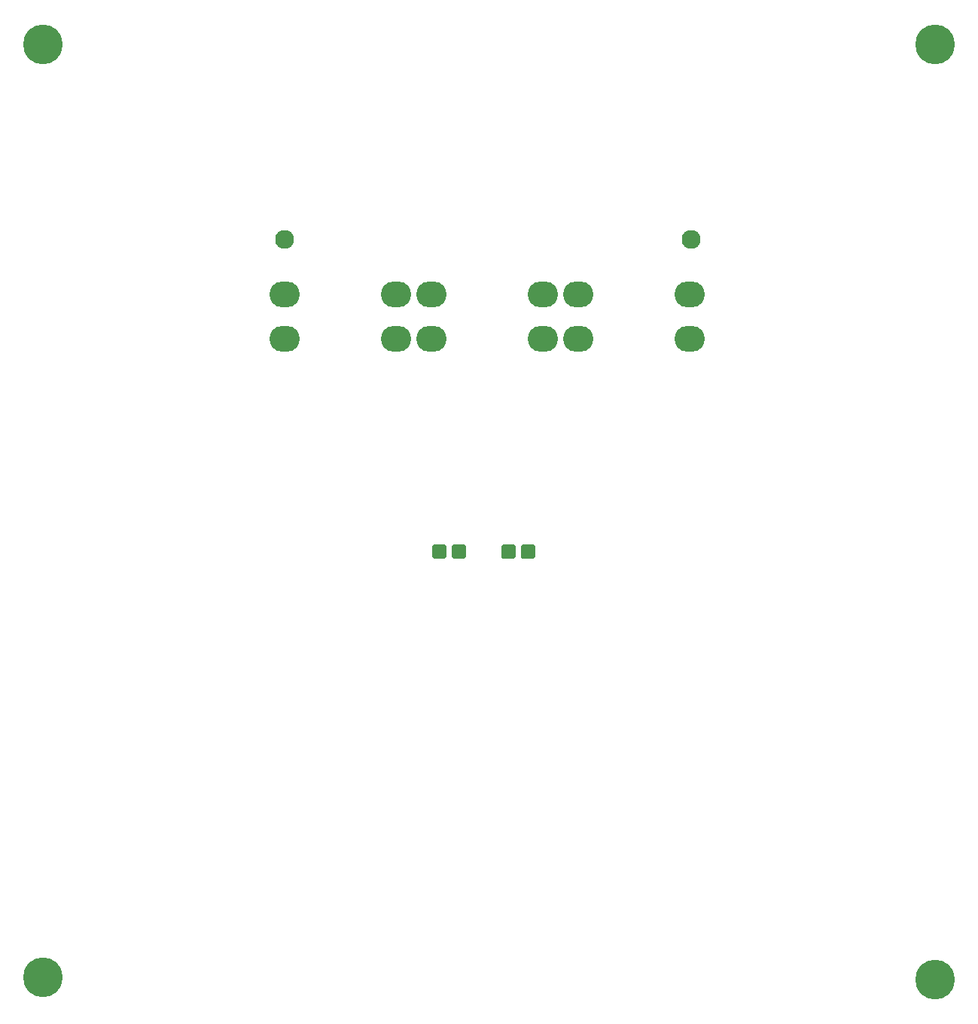
<source format=gbr>
%TF.GenerationSoftware,KiCad,Pcbnew,(5.1.9)-1*%
%TF.CreationDate,2025-05-03T12:54:25-07:00*%
%TF.ProjectId,RADA3K,52414441-334b-42e6-9b69-6361645f7063,rev?*%
%TF.SameCoordinates,Original*%
%TF.FileFunction,Soldermask,Top*%
%TF.FilePolarity,Negative*%
%FSLAX46Y46*%
G04 Gerber Fmt 4.6, Leading zero omitted, Abs format (unit mm)*
G04 Created by KiCad (PCBNEW (5.1.9)-1) date 2025-05-03 12:54:25*
%MOMM*%
%LPD*%
G01*
G04 APERTURE LIST*
%ADD10O,3.400000X2.900000*%
%ADD11C,2.130000*%
%ADD12C,4.464000*%
G04 APERTURE END LIST*
%TO.C,D2*%
G36*
G01*
X92100000Y-86750000D02*
X92100000Y-87950000D01*
G75*
G02*
X91900000Y-88150000I-200000J0D01*
G01*
X90700000Y-88150000D01*
G75*
G02*
X90500000Y-87950000I0J200000D01*
G01*
X90500000Y-86750000D01*
G75*
G02*
X90700000Y-86550000I200000J0D01*
G01*
X91900000Y-86550000D01*
G75*
G02*
X92100000Y-86750000I0J-200000D01*
G01*
G37*
G36*
G01*
X89900000Y-86750000D02*
X89900000Y-87950000D01*
G75*
G02*
X89700000Y-88150000I-200000J0D01*
G01*
X88500000Y-88150000D01*
G75*
G02*
X88300000Y-87950000I0J200000D01*
G01*
X88300000Y-86750000D01*
G75*
G02*
X88500000Y-86550000I200000J0D01*
G01*
X89700000Y-86550000D01*
G75*
G02*
X89900000Y-86750000I0J-200000D01*
G01*
G37*
%TD*%
%TO.C,D1*%
G36*
G01*
X80550000Y-87950000D02*
X80550000Y-86750000D01*
G75*
G02*
X80750000Y-86550000I200000J0D01*
G01*
X81950000Y-86550000D01*
G75*
G02*
X82150000Y-86750000I0J-200000D01*
G01*
X82150000Y-87950000D01*
G75*
G02*
X81950000Y-88150000I-200000J0D01*
G01*
X80750000Y-88150000D01*
G75*
G02*
X80550000Y-87950000I0J200000D01*
G01*
G37*
G36*
G01*
X82750000Y-87950000D02*
X82750000Y-86750000D01*
G75*
G02*
X82950000Y-86550000I200000J0D01*
G01*
X84150000Y-86550000D01*
G75*
G02*
X84350000Y-86750000I0J-200000D01*
G01*
X84350000Y-87950000D01*
G75*
G02*
X84150000Y-88150000I-200000J0D01*
G01*
X82950000Y-88150000D01*
G75*
G02*
X82750000Y-87950000I0J200000D01*
G01*
G37*
%TD*%
D10*
%TO.C,SW3*%
X109505000Y-58400000D03*
X109505000Y-63400000D03*
X97005000Y-58400000D03*
X97005000Y-63400000D03*
%TD*%
%TO.C,SW1*%
X76485000Y-58400000D03*
X76485000Y-63400000D03*
X63985000Y-58400000D03*
X63985000Y-63400000D03*
%TD*%
%TO.C,SW2*%
X92995000Y-58400000D03*
X92995000Y-63400000D03*
X80495000Y-58400000D03*
X80495000Y-63400000D03*
%TD*%
D11*
%TO.C,J1*%
X109660000Y-52230000D03*
X63940000Y-52230000D03*
%TD*%
D12*
%TO.C,GND*%
X36791900Y-135242300D03*
%TD*%
%TO.C,GND*%
X137063972Y-135496300D03*
%TD*%
%TO.C,GND*%
X36791900Y-30314900D03*
%TD*%
%TO.C,GND*%
X137063972Y-30314900D03*
%TD*%
M02*

</source>
